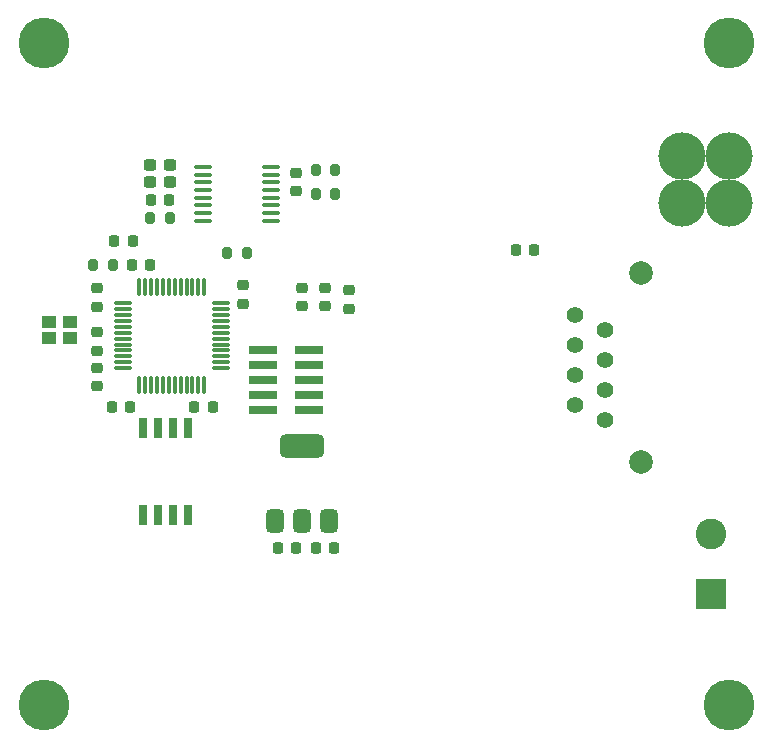
<source format=gbr>
%TF.GenerationSoftware,KiCad,Pcbnew,8.0.2-1*%
%TF.CreationDate,2025-01-08T00:27:57-08:00*%
%TF.ProjectId,rocket2-load-cell,726f636b-6574-4322-9d6c-6f61642d6365,rev?*%
%TF.SameCoordinates,Original*%
%TF.FileFunction,Soldermask,Top*%
%TF.FilePolarity,Negative*%
%FSLAX46Y46*%
G04 Gerber Fmt 4.6, Leading zero omitted, Abs format (unit mm)*
G04 Created by KiCad (PCBNEW 8.0.2-1) date 2025-01-08 00:27:57*
%MOMM*%
%LPD*%
G01*
G04 APERTURE LIST*
G04 Aperture macros list*
%AMRoundRect*
0 Rectangle with rounded corners*
0 $1 Rounding radius*
0 $2 $3 $4 $5 $6 $7 $8 $9 X,Y pos of 4 corners*
0 Add a 4 corners polygon primitive as box body*
4,1,4,$2,$3,$4,$5,$6,$7,$8,$9,$2,$3,0*
0 Add four circle primitives for the rounded corners*
1,1,$1+$1,$2,$3*
1,1,$1+$1,$4,$5*
1,1,$1+$1,$6,$7*
1,1,$1+$1,$8,$9*
0 Add four rect primitives between the rounded corners*
20,1,$1+$1,$2,$3,$4,$5,0*
20,1,$1+$1,$4,$5,$6,$7,0*
20,1,$1+$1,$6,$7,$8,$9,0*
20,1,$1+$1,$8,$9,$2,$3,0*%
G04 Aperture macros list end*
%ADD10RoundRect,0.200000X0.200000X0.275000X-0.200000X0.275000X-0.200000X-0.275000X0.200000X-0.275000X0*%
%ADD11RoundRect,0.200000X-0.200000X-0.275000X0.200000X-0.275000X0.200000X0.275000X-0.200000X0.275000X0*%
%ADD12C,1.400000*%
%ADD13C,2.000000*%
%ADD14RoundRect,0.075000X-0.075000X-0.662500X0.075000X-0.662500X0.075000X0.662500X-0.075000X0.662500X0*%
%ADD15RoundRect,0.075000X-0.662500X-0.075000X0.662500X-0.075000X0.662500X0.075000X-0.662500X0.075000X0*%
%ADD16RoundRect,0.237500X0.300000X0.237500X-0.300000X0.237500X-0.300000X-0.237500X0.300000X-0.237500X0*%
%ADD17RoundRect,0.225000X-0.225000X-0.250000X0.225000X-0.250000X0.225000X0.250000X-0.225000X0.250000X0*%
%ADD18RoundRect,0.375000X0.375000X-0.625000X0.375000X0.625000X-0.375000X0.625000X-0.375000X-0.625000X0*%
%ADD19RoundRect,0.500000X1.400000X-0.500000X1.400000X0.500000X-1.400000X0.500000X-1.400000X-0.500000X0*%
%ADD20RoundRect,0.100000X0.637500X0.100000X-0.637500X0.100000X-0.637500X-0.100000X0.637500X-0.100000X0*%
%ADD21R,1.150000X1.000000*%
%ADD22RoundRect,0.218750X-0.218750X-0.256250X0.218750X-0.256250X0.218750X0.256250X-0.218750X0.256250X0*%
%ADD23C,2.600000*%
%ADD24R,2.600000X2.600000*%
%ADD25R,2.400000X0.740000*%
%ADD26RoundRect,0.225000X0.225000X0.250000X-0.225000X0.250000X-0.225000X-0.250000X0.225000X-0.250000X0*%
%ADD27RoundRect,0.225000X-0.250000X0.225000X-0.250000X-0.225000X0.250000X-0.225000X0.250000X0.225000X0*%
%ADD28R,0.650000X1.700000*%
%ADD29RoundRect,0.218750X-0.256250X0.218750X-0.256250X-0.218750X0.256250X-0.218750X0.256250X0.218750X0*%
%ADD30C,4.300000*%
%ADD31RoundRect,0.225000X0.250000X-0.225000X0.250000X0.225000X-0.250000X0.225000X-0.250000X-0.225000X0*%
%ADD32C,4.000000*%
G04 APERTURE END LIST*
D10*
%TO.C,R2*%
X149012500Y-100250000D03*
X150662500Y-100250000D03*
%TD*%
D11*
%TO.C,R5*%
X131847500Y-106250000D03*
X130197500Y-106250000D03*
%TD*%
D12*
%TO.C,U5*%
X171000000Y-110500000D03*
X173540000Y-111760000D03*
X171000000Y-113030000D03*
X173540000Y-114330000D03*
X171000000Y-115570000D03*
X173540000Y-116850000D03*
X171000000Y-118110000D03*
D13*
X176550000Y-106910000D03*
X176540000Y-122950000D03*
D12*
X173520000Y-119380000D03*
%TD*%
D14*
%TO.C,U2*%
X134087500Y-108087500D03*
X134587500Y-108087500D03*
X135087500Y-108087500D03*
X135587500Y-108087500D03*
X136087500Y-108087500D03*
X136587500Y-108087500D03*
X137087500Y-108087500D03*
X137587500Y-108087500D03*
X138087500Y-108087500D03*
X138587500Y-108087500D03*
X139087500Y-108087500D03*
X139587500Y-108087500D03*
D15*
X141000000Y-109500000D03*
X141000000Y-110000000D03*
X141000000Y-110500000D03*
X141000000Y-111000000D03*
X141000000Y-111500000D03*
X141000000Y-112000000D03*
X141000000Y-112500000D03*
X141000000Y-113000000D03*
X141000000Y-113500000D03*
X141000000Y-114000000D03*
X141000000Y-114500000D03*
X141000000Y-115000000D03*
D14*
X139587500Y-116412500D03*
X139087500Y-116412500D03*
X138587500Y-116412500D03*
X138087500Y-116412500D03*
X137587500Y-116412500D03*
X137087500Y-116412500D03*
X136587500Y-116412500D03*
X136087500Y-116412500D03*
X135587500Y-116412500D03*
X135087500Y-116412500D03*
X134587500Y-116412500D03*
X134087500Y-116412500D03*
D15*
X132675000Y-115000000D03*
X132675000Y-114500000D03*
X132675000Y-114000000D03*
X132675000Y-113500000D03*
X132675000Y-113000000D03*
X132675000Y-112500000D03*
X132675000Y-112000000D03*
X132675000Y-111500000D03*
X132675000Y-111000000D03*
X132675000Y-110500000D03*
X132675000Y-110000000D03*
X132675000Y-109500000D03*
%TD*%
D16*
%TO.C,C19*%
X134975000Y-97772500D03*
X136700000Y-97772500D03*
%TD*%
D10*
%TO.C,R1*%
X135012500Y-102250000D03*
X136662500Y-102250000D03*
%TD*%
D17*
%TO.C,C4*%
X167500000Y-105000000D03*
X165950000Y-105000000D03*
%TD*%
%TO.C,C2*%
X133297500Y-118250000D03*
X131747500Y-118250000D03*
%TD*%
D10*
%TO.C,R3*%
X141512500Y-105250000D03*
X143162500Y-105250000D03*
%TD*%
D18*
%TO.C,U3*%
X150137500Y-127900000D03*
D19*
X147837500Y-121600000D03*
D18*
X147837500Y-127900000D03*
X145537500Y-127900000D03*
%TD*%
D20*
%TO.C,ADS1219*%
X139475000Y-102525000D03*
X139475000Y-101875000D03*
X139475000Y-101225000D03*
X139475000Y-100575000D03*
X139475000Y-99925000D03*
X139475000Y-99275000D03*
X139475000Y-98625000D03*
X139475000Y-97975000D03*
X145200000Y-97975000D03*
X145200000Y-98625000D03*
X145200000Y-99275000D03*
X145200000Y-99925000D03*
X145200000Y-100575000D03*
X145200000Y-101225000D03*
X145200000Y-101875000D03*
X145200000Y-102525000D03*
%TD*%
D21*
%TO.C,Y1*%
X126462500Y-111050000D03*
X128212500Y-111050000D03*
X128212500Y-112450000D03*
X126462500Y-112450000D03*
%TD*%
D22*
%TO.C,D1*%
X133522500Y-104250000D03*
X131947500Y-104250000D03*
%TD*%
D23*
%TO.C,J2*%
X182500000Y-129000000D03*
D24*
X182500000Y-134080000D03*
%TD*%
D25*
%TO.C,J1*%
X148450000Y-118540000D03*
X144550000Y-118540000D03*
X148450000Y-117270000D03*
X144550000Y-117270000D03*
X148450000Y-116000000D03*
X144550000Y-116000000D03*
X148450000Y-114730000D03*
X144550000Y-114730000D03*
X148450000Y-113460000D03*
X144550000Y-113460000D03*
%TD*%
D26*
%TO.C,C1*%
X135062500Y-100750000D03*
X136612500Y-100750000D03*
%TD*%
D27*
%TO.C,C13*%
X149837500Y-109750000D03*
X149837500Y-108200000D03*
%TD*%
%TO.C,C14*%
X130522500Y-109800000D03*
X130522500Y-108250000D03*
%TD*%
D26*
%TO.C,C7*%
X133472500Y-106250000D03*
X135022500Y-106250000D03*
%TD*%
D28*
%TO.C,U1*%
X134432500Y-120100000D03*
X135702500Y-120100000D03*
X136972500Y-120100000D03*
X138242500Y-120100000D03*
X138242500Y-127400000D03*
X136972500Y-127400000D03*
X135702500Y-127400000D03*
X134432500Y-127400000D03*
%TD*%
D29*
%TO.C,L2*%
X151837500Y-109987500D03*
X151837500Y-108412500D03*
%TD*%
D30*
%TO.C,H3*%
X184000000Y-87500000D03*
%TD*%
D31*
%TO.C,C20*%
X147337500Y-98475000D03*
X147337500Y-100025000D03*
%TD*%
D16*
%TO.C,C16*%
X134975000Y-99250000D03*
X136700000Y-99250000D03*
%TD*%
D31*
%TO.C,C8*%
X130522500Y-114975000D03*
X130522500Y-116525000D03*
%TD*%
D17*
%TO.C,C3*%
X140297500Y-118250000D03*
X138747500Y-118250000D03*
%TD*%
D30*
%TO.C,H2*%
X126000000Y-87500000D03*
%TD*%
D31*
%TO.C,C6*%
X142837500Y-107975000D03*
X142837500Y-109525000D03*
%TD*%
D32*
%TO.C,GX12*%
X180000000Y-97000000D03*
X180000000Y-101000000D03*
X184000000Y-101000000D03*
X184000000Y-97000000D03*
%TD*%
D31*
%TO.C,C5*%
X130522500Y-111975000D03*
X130522500Y-113525000D03*
%TD*%
D10*
%TO.C,R4*%
X149012500Y-98250000D03*
X150662500Y-98250000D03*
%TD*%
D17*
%TO.C,C11*%
X147337500Y-130250000D03*
X145787500Y-130250000D03*
%TD*%
D27*
%TO.C,C18*%
X147837500Y-109750000D03*
X147837500Y-108200000D03*
%TD*%
D30*
%TO.C,H1*%
X184000000Y-143500000D03*
%TD*%
%TO.C,H4*%
X126000000Y-143500000D03*
%TD*%
D17*
%TO.C,C9*%
X150612500Y-130250000D03*
X149062500Y-130250000D03*
%TD*%
M02*

</source>
